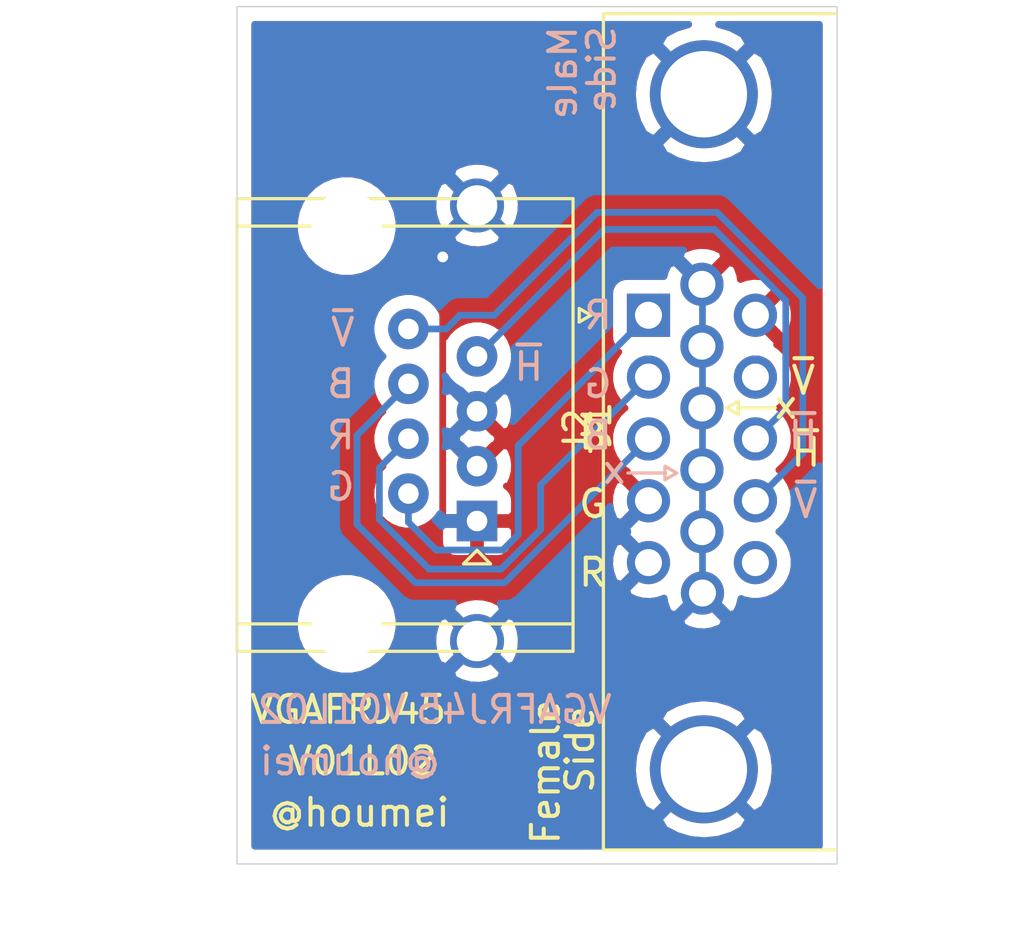
<source format=kicad_pcb>
(kicad_pcb (version 20171130) (host pcbnew "(5.1.8)-1")

  (general
    (thickness 1.6)
    (drawings 33)
    (tracks 41)
    (zones 0)
    (modules 2)
    (nets 7)
  )

  (page A4)
  (layers
    (0 F.Cu signal)
    (31 B.Cu signal)
    (32 B.Adhes user)
    (33 F.Adhes user)
    (34 B.Paste user)
    (35 F.Paste user)
    (36 B.SilkS user)
    (37 F.SilkS user)
    (38 B.Mask user)
    (39 F.Mask user)
    (40 Dwgs.User user)
    (41 Cmts.User user)
    (42 Eco1.User user)
    (43 Eco2.User user)
    (44 Edge.Cuts user)
    (45 Margin user)
    (46 B.CrtYd user)
    (47 F.CrtYd user)
    (48 B.Fab user)
    (49 F.Fab user hide)
  )

  (setup
    (last_trace_width 0.25)
    (trace_clearance 0.2)
    (zone_clearance 0.508)
    (zone_45_only no)
    (trace_min 0.2)
    (via_size 0.8)
    (via_drill 0.4)
    (via_min_size 0.4)
    (via_min_drill 0.3)
    (uvia_size 0.3)
    (uvia_drill 0.1)
    (uvias_allowed no)
    (uvia_min_size 0.2)
    (uvia_min_drill 0.1)
    (edge_width 0.05)
    (segment_width 0.2)
    (pcb_text_width 0.3)
    (pcb_text_size 1.5 1.5)
    (mod_edge_width 0.12)
    (mod_text_size 1 1)
    (mod_text_width 0.15)
    (pad_size 1.6 1.6)
    (pad_drill 1)
    (pad_to_mask_clearance 0)
    (aux_axis_origin 152.4 127)
    (grid_origin 152.4 127)
    (visible_elements 7FFFFFFF)
    (pcbplotparams
      (layerselection 0x010f0_ffffffff)
      (usegerberextensions true)
      (usegerberattributes false)
      (usegerberadvancedattributes false)
      (creategerberjobfile false)
      (excludeedgelayer true)
      (linewidth 0.100000)
      (plotframeref false)
      (viasonmask true)
      (mode 1)
      (useauxorigin true)
      (hpglpennumber 1)
      (hpglpenspeed 20)
      (hpglpendiameter 15.000000)
      (psnegative false)
      (psa4output false)
      (plotreference true)
      (plotvalue false)
      (plotinvisibletext false)
      (padsonsilk false)
      (subtractmaskfromsilk false)
      (outputformat 1)
      (mirror false)
      (drillshape 0)
      (scaleselection 1)
      (outputdirectory "VGAFRJ45V01L02GB/"))
  )

  (net 0 "")
  (net 1 GND)
  (net 2 ~HS)
  (net 3 ~VS)
  (net 4 VBLUE)
  (net 5 VGREEN)
  (net 6 VRED)

  (net_class Default "This is the default net class."
    (clearance 0.2)
    (trace_width 0.25)
    (via_dia 0.8)
    (via_drill 0.4)
    (uvia_dia 0.3)
    (uvia_drill 0.1)
    (add_net GND)
    (add_net VBLUE)
    (add_net VGREEN)
    (add_net VRED)
    (add_net ~HS)
    (add_net ~VS)
  )

  (module footprints:DSUB-15-HD_Female_Horizontal_P2.29x1.98mm_EdgePinOffset3.03mm_Housed_MountingHolesOffset4.94mm_16 (layer F.Cu) (tedit 64BDE6D4) (tstamp 648CBF41)
    (at 167.64 106.68 90)
    (descr "15-pin D-Sub connector, horizontal/angled (90 deg), THT-mount, female, pitch 2.29x1.98mm, pin-PCB-offset 3.0300000000000002mm, distance of mounting holes 25mm, distance of mounting holes to PCB edge 4.9399999999999995mm, see https://disti-assets.s3.amazonaws.com/tonar/files/datasheets/16730.pdf")
    (tags "15-pin D-Sub connector horizontal angled 90deg THT female pitch 2.29x1.98mm pin-PCB-offset 3.0300000000000002mm mounting-holes-distance 25mm mounting-hole-offset 25mm")
    (path /6480F7D7)
    (fp_text reference J2 (at -4.315 -2.61 90) (layer F.SilkS)
      (effects (font (size 1 1) (thickness 0.15)))
    )
    (fp_text value DB15_Female_HighDensity_MountingHoles (at -4.315 14.89 90) (layer F.Fab)
      (effects (font (size 1 1) (thickness 0.15)))
    )
    (fp_arc (start -16.815 2.05) (end -18.415 2.05) (angle 180) (layer F.Fab) (width 0.1))
    (fp_arc (start 8.185 2.05) (end 6.585 2.05) (angle 180) (layer F.Fab) (width 0.1))
    (fp_text user %R (at -4.315 10.39 90) (layer F.Fab)
      (effects (font (size 1 1) (thickness 0.15)))
    )
    (fp_line (start -19.74 -1.61) (end -19.74 6.99) (layer F.Fab) (width 0.1))
    (fp_line (start -19.74 6.99) (end 11.11 6.99) (layer F.Fab) (width 0.1))
    (fp_line (start 11.11 6.99) (end 11.11 -1.61) (layer F.Fab) (width 0.1))
    (fp_line (start 11.11 -1.61) (end -19.74 -1.61) (layer F.Fab) (width 0.1))
    (fp_line (start -19.74 6.99) (end -19.74 7.39) (layer F.Fab) (width 0.1))
    (fp_line (start -19.74 7.39) (end 11.11 7.39) (layer F.Fab) (width 0.1))
    (fp_line (start 11.11 7.39) (end 11.11 6.99) (layer F.Fab) (width 0.1))
    (fp_line (start 11.11 6.99) (end -19.74 6.99) (layer F.Fab) (width 0.1))
    (fp_line (start -12.465 7.39) (end -12.465 13.39) (layer F.Fab) (width 0.1))
    (fp_line (start -12.465 13.39) (end 3.835 13.39) (layer F.Fab) (width 0.1))
    (fp_line (start 3.835 13.39) (end 3.835 7.39) (layer F.Fab) (width 0.1))
    (fp_line (start 3.835 7.39) (end -12.465 7.39) (layer F.Fab) (width 0.1))
    (fp_line (start -19.315 7.39) (end -19.315 12.39) (layer F.Fab) (width 0.1))
    (fp_line (start -19.315 12.39) (end -14.315 12.39) (layer F.Fab) (width 0.1))
    (fp_line (start -14.315 12.39) (end -14.315 7.39) (layer F.Fab) (width 0.1))
    (fp_line (start -14.315 7.39) (end -19.315 7.39) (layer F.Fab) (width 0.1))
    (fp_line (start 5.685 7.39) (end 5.685 12.39) (layer F.Fab) (width 0.1))
    (fp_line (start 5.685 12.39) (end 10.685 12.39) (layer F.Fab) (width 0.1))
    (fp_line (start 10.685 12.39) (end 10.685 7.39) (layer F.Fab) (width 0.1))
    (fp_line (start 10.685 7.39) (end 5.685 7.39) (layer F.Fab) (width 0.1))
    (fp_line (start -18.415 6.99) (end -18.415 2.05) (layer F.Fab) (width 0.1))
    (fp_line (start -15.215 6.99) (end -15.215 2.05) (layer F.Fab) (width 0.1))
    (fp_line (start 6.585 6.99) (end 6.585 2.05) (layer F.Fab) (width 0.1))
    (fp_line (start 9.785 6.99) (end 9.785 2.05) (layer F.Fab) (width 0.1))
    (fp_line (start -19.8 6.93) (end -19.8 -1.67) (layer F.SilkS) (width 0.12))
    (fp_line (start -19.8 -1.67) (end 11.17 -1.67) (layer F.SilkS) (width 0.12))
    (fp_line (start 11.17 -1.67) (end 11.17 6.93) (layer F.SilkS) (width 0.12))
    (fp_line (start -0.25 -2.564338) (end 0.25 -2.564338) (layer F.SilkS) (width 0.12))
    (fp_line (start 0.25 -2.564338) (end 0 -2.131325) (layer F.SilkS) (width 0.12))
    (fp_line (start 0 -2.131325) (end -0.25 -2.564338) (layer F.SilkS) (width 0.12))
    (fp_line (start -20.25 -2.15) (end -20.25 13.9) (layer F.CrtYd) (width 0.05))
    (fp_line (start -20.25 13.9) (end 11.65 13.9) (layer F.CrtYd) (width 0.05))
    (fp_line (start 11.65 13.9) (end 11.65 -2.15) (layer F.CrtYd) (width 0.05))
    (fp_line (start 11.65 -2.15) (end -20.25 -2.15) (layer F.CrtYd) (width 0.05))
    (fp_line (start -3.429 2.893325) (end -3.179 3.326338) (layer F.SilkS) (width 0.12))
    (fp_line (start -3.679 3.326338) (end -3.429 2.893325) (layer F.SilkS) (width 0.12))
    (fp_line (start -3.179 3.326338) (end -3.679 3.326338) (layer F.SilkS) (width 0.12))
    (fp_line (start -5.592 0.610662) (end -6.092 0.610662) (layer B.SilkS) (width 0.12))
    (fp_line (start -6.092 0.610662) (end -5.842 1.043675) (layer B.SilkS) (width 0.12))
    (fp_line (start -5.842 1.043675) (end -5.592 0.610662) (layer B.SilkS) (width 0.12))
    (fp_line (start -3.429 3.302) (end -3.429 4.699) (layer F.SilkS) (width 0.12))
    (fp_line (start -5.842 0.635) (end -5.842 -0.762) (layer B.SilkS) (width 0.12))
    (pad 1 thru_hole rect (at 0 0 90) (size 1.6 1.6) (drill 1) (layers *.Cu *.Mask)
      (net 6 VRED))
    (pad 2 thru_hole circle (at -2.29 0 90) (size 1.6 1.6) (drill 1) (layers *.Cu *.Mask)
      (net 5 VGREEN))
    (pad 3 thru_hole circle (at -4.58 0 90) (size 1.6 1.6) (drill 1) (layers *.Cu *.Mask)
      (net 4 VBLUE))
    (pad 4 thru_hole circle (at -6.87 0 90) (size 1.6 1.6) (drill 1) (layers *.Cu *.Mask)
      (net 1 GND))
    (pad 5 thru_hole circle (at -9.16 0 90) (size 1.6 1.6) (drill 1) (layers *.Cu *.Mask)
      (net 1 GND))
    (pad 6 thru_hole circle (at 1.145 1.98 90) (size 1.6 1.6) (drill 1) (layers *.Cu *.Mask)
      (net 1 GND))
    (pad 7 thru_hole circle (at -1.145 1.98 90) (size 1.6 1.6) (drill 1) (layers *.Cu *.Mask)
      (net 1 GND))
    (pad 8 thru_hole circle (at -3.435 1.98 90) (size 1.6 1.6) (drill 1) (layers *.Cu *.Mask)
      (net 1 GND))
    (pad 9 thru_hole circle (at -5.725 1.98 90) (size 1.6 1.6) (drill 1) (layers *.Cu *.Mask)
      (net 1 GND))
    (pad 10 thru_hole circle (at -8.015 1.98 90) (size 1.6 1.6) (drill 1) (layers *.Cu *.Mask)
      (net 1 GND))
    (pad 11 thru_hole circle (at 0 3.96 90) (size 1.6 1.6) (drill 1) (layers *.Cu *.Mask)
      (net 1 GND))
    (pad 12 thru_hole circle (at -2.29 3.96 90) (size 1.6 1.6) (drill 1) (layers *.Cu *.Mask))
    (pad 13 thru_hole circle (at -4.58 3.96 90) (size 1.6 1.6) (drill 1) (layers *.Cu *.Mask)
      (net 2 ~HS))
    (pad 14 thru_hole circle (at -6.87 3.96 90) (size 1.6 1.6) (drill 1) (layers *.Cu *.Mask)
      (net 3 ~VS))
    (pad 15 thru_hole circle (at -9.16 3.96 90) (size 1.6 1.6) (drill 1) (layers *.Cu *.Mask))
    (pad 0 thru_hole circle (at -16.815 2.05 90) (size 4 4) (drill 3.2) (layers *.Cu *.Mask)
      (net 1 GND))
    (pad 0 thru_hole circle (at 8.185 2.05 90) (size 4 4) (drill 3.2) (layers *.Cu *.Mask)
      (net 1 GND))
    (pad "" thru_hole circle (at -10.287 2 90) (size 1.6 1.6) (drill 1) (layers *.Cu *.Mask)
      (net 1 GND))
    (model ${KISYS3DMOD}/Connector_Dsub.3dshapes/DSUB-15-HD_Female_Horizontal_P2.29x1.98mm_EdgePinOffset3.03mm_Housed_MountingHolesOffset4.94mm.wrl
      (at (xyz 0 0 0))
      (scale (xyz 1 1 1))
      (rotate (xyz 0 0 0))
    )
  )

  (module footprints:RJ45_7810-8P8C (layer F.Cu) (tedit 64BDE68F) (tstamp 648CC0E0)
    (at 158.75 105.41 270)
    (descr "8 Pol Shallow Latch Connector, Modjack, RJ45 (https://cdn.amphenol-icc.com/media/wysiwyg/files/drawing/c-bmj-0102.pdf)")
    (tags RJ45)
    (path /64777DB1)
    (fp_text reference J1 (at 5.334 -6.985 90) (layer F.SilkS)
      (effects (font (size 1 1) (thickness 0.15)))
    )
    (fp_text value RJ45 (at 5.08 4.699 90) (layer F.Fab)
      (effects (font (size 1 1) (thickness 0.15)))
    )
    (fp_text user %R (at 4.445 2 90) (layer F.Fab)
      (effects (font (size 1 1) (thickness 0.15)))
    )
    (fp_line (start 10.477 -2.04) (end 9.977 -2.54) (layer F.SilkS) (width 0.12))
    (fp_line (start 10.477 -3.04) (end 10.477 -2.04) (layer F.SilkS) (width 0.12))
    (fp_line (start 9.977 -2.54) (end 10.477 -3.04) (layer F.SilkS) (width 0.12))
    (fp_line (start -2.848 -5.969) (end 13.462 -5.969) (layer F.CrtYd) (width 0.05))
    (fp_line (start 13.462 8.509) (end -2.848 8.509) (layer F.CrtYd) (width 0.05))
    (fp_line (start -3.048 -6.096) (end 13.716 -6.096) (layer F.SilkS) (width 0.12))
    (fp_line (start 12.7 2.286) (end 12.7 -6.096) (layer F.SilkS) (width 0.12))
    (fp_line (start -2.032 2.286) (end -2.032 -6.096) (layer F.SilkS) (width 0.12))
    (fp_line (start 13.716 6.35) (end -3.048 6.35) (layer F.SilkS) (width 0.12))
    (fp_line (start 13.462 -5.969) (end 13.462 8.509) (layer F.CrtYd) (width 0.05))
    (fp_line (start -2.848 -5.969) (end -2.848 8.509) (layer F.CrtYd) (width 0.05))
    (fp_line (start 13.335 -5.842) (end -2.794 -5.842) (layer F.Fab) (width 0.12))
    (fp_line (start -2.794 -5.842) (end -2.794 8.382) (layer F.Fab) (width 0.12))
    (fp_line (start -2.794 8.382) (end 13.335 8.382) (layer F.Fab) (width 0.12))
    (fp_line (start 13.335 8.382) (end 13.335 -5.842) (layer F.Fab) (width 0.12))
    (fp_line (start -2.848 8.509) (end 13.462 8.509) (layer F.CrtYd) (width 0.05))
    (fp_line (start 13.716 -6.096) (end 13.716 6.35) (layer F.SilkS) (width 0.12))
    (fp_line (start -3.048 -6.096) (end -3.048 6.35) (layer F.SilkS) (width 0.12))
    (fp_line (start -2.032 2.286) (end -2.032 6.35) (layer F.SilkS) (width 0.12))
    (fp_line (start 12.7 2.286) (end 12.7 6.35) (layer F.SilkS) (width 0.12))
    (pad "" np_thru_hole circle (at 12.7 2.286 270) (size 2.6 2.6) (drill 2.6) (layers *.Cu *.Mask))
    (pad "" np_thru_hole circle (at -2.032 2.286 270) (size 2.6 2.6) (drill 2.6) (layers *.Cu *.Mask))
    (pad 1 thru_hole rect (at 8.89 -2.54 270) (size 1.5 1.5) (drill 0.76) (layers *.Cu *.Mask)
      (net 1 GND))
    (pad 7 thru_hole circle (at 2.794 -2.54 270) (size 1.5 1.5) (drill 0.76) (layers *.Cu *.Mask)
      (net 2 ~HS))
    (pad 6 thru_hole circle (at 3.81 0 270) (size 1.5 1.5) (drill 0.76) (layers *.Cu *.Mask)
      (net 4 VBLUE))
    (pad 5 thru_hole circle (at 4.826 -2.54 270) (size 1.5 1.5) (drill 0.76) (layers *.Cu *.Mask)
      (net 1 GND))
    (pad 4 thru_hole circle (at 5.842 0 270) (size 1.5 1.5) (drill 0.76) (layers *.Cu *.Mask)
      (net 5 VGREEN))
    (pad 3 thru_hole circle (at 6.858 -2.54 270) (size 1.5 1.5) (drill 0.76) (layers *.Cu *.Mask)
      (net 1 GND))
    (pad 2 thru_hole circle (at 7.874 0 270) (size 1.5 1.5) (drill 0.76) (layers *.Cu *.Mask)
      (net 6 VRED))
    (pad 8 thru_hole circle (at 1.778 0 270) (size 1.5 1.5) (drill 0.76) (layers *.Cu *.Mask)
      (net 3 ~VS))
    (pad "" thru_hole circle (at 13.335 -2.54 270) (size 2 2) (drill 1.5) (layers *.Cu *.Mask)
      (net 1 GND))
    (pad "" thru_hole circle (at -2.794 -2.54 270) (size 2 2) (drill 1.5) (layers *.Cu *.Mask)
      (net 1 GND))
    (model ${KISYS3DMOD}/Connector_RJ.3dshapes/RJ45_Amphenol_54602-x08_Horizontal.wrl
      (at (xyz 0 0 0))
      (scale (xyz 1 1 1))
      (rotate (xyz 0 0 0))
    )
  )

  (gr_text @houmei (at 153.501667 125.095) (layer F.SilkS) (tstamp 648CC77D)
    (effects (font (size 1 1) (thickness 0.15)) (justify left))
  )
  (gr_text V01L02 (at 154.21619 123.19) (layer F.SilkS) (tstamp 648CC777)
    (effects (font (size 1 1) (thickness 0.15)) (justify left))
  )
  (gr_text VGAFRJ45 (at 152.803095 121.285) (layer F.SilkS) (tstamp 648CC771)
    (effects (font (size 1 1) (thickness 0.15)) (justify left))
  )
  (gr_text B (at 164.98 111.125) (layer F.SilkS) (tstamp 648CC55D)
    (effects (font (size 1 1) (thickness 0.15)) (justify left))
  )
  (gr_text G (at 164.98 113.665) (layer F.SilkS) (tstamp 648CC533)
    (effects (font (size 1 1) (thickness 0.15)) (justify left))
  )
  (gr_text R (at 164.98 116.205) (layer F.SilkS) (tstamp 648CC509)
    (effects (font (size 1 1) (thickness 0.15)) (justify left))
  )
  (gr_text x (at 173.228 110.236 180) (layer F.SilkS) (tstamp 648CC4E1)
    (effects (font (size 1 1) (thickness 0.15)) (justify left))
  )
  (gr_text ~V (at 172.847 109.093) (layer F.SilkS) (tstamp 648CC498)
    (effects (font (size 1 1) (thickness 0.15)) (justify left))
  )
  (gr_text ~H (at 172.847 111.76) (layer F.SilkS) (tstamp 648CC44F)
    (effects (font (size 1 1) (thickness 0.15)) (justify left))
  )
  (gr_text x (at 166.878 112.395) (layer B.SilkS) (tstamp 648CC406)
    (effects (font (size 1 1) (thickness 0.15)) (justify left mirror))
  )
  (gr_text B (at 166.37 111.125) (layer B.SilkS) (tstamp 648CC404)
    (effects (font (size 1 1) (thickness 0.15)) (justify left mirror))
  )
  (gr_text G (at 166.37 109.22) (layer B.SilkS) (tstamp 648CC3DD)
    (effects (font (size 1 1) (thickness 0.15)) (justify left mirror))
  )
  (gr_text R (at 166.37 106.68) (layer B.SilkS) (tstamp 648CC3B6)
    (effects (font (size 1 1) (thickness 0.15)) (justify left mirror))
  )
  (gr_text ~V (at 173.99 113.665) (layer B.SilkS) (tstamp 648CC38F)
    (effects (font (size 1 1) (thickness 0.15)) (justify left mirror))
  )
  (gr_text ~H (at 173.99 111.125) (layer B.SilkS) (tstamp 648CC364)
    (effects (font (size 1 1) (thickness 0.15)) (justify left mirror))
  )
  (gr_text Side (at 165.900476 95.885 90) (layer B.SilkS) (tstamp 648CC337)
    (effects (font (size 1 1) (thickness 0.15)) (justify left mirror))
  )
  (gr_text Side (at 165.1 124.46 90) (layer F.SilkS) (tstamp 648CC333)
    (effects (font (size 1 1) (thickness 0.15)) (justify left))
  )
  (gr_text ~H (at 163.83 108.585) (layer B.SilkS) (tstamp 64815B3A)
    (effects (font (size 1 1) (thickness 0.15)) (justify left mirror))
  )
  (gr_text ~V (at 156.845 107.315) (layer B.SilkS) (tstamp 64815B32)
    (effects (font (size 1 1) (thickness 0.15)) (justify left mirror))
  )
  (gr_text G (at 156.845 113.03) (layer B.SilkS) (tstamp 64815B30)
    (effects (font (size 1 1) (thickness 0.15)) (justify left mirror))
  )
  (gr_text R (at 156.845 111.125) (layer B.SilkS) (tstamp 64815B2E)
    (effects (font (size 1 1) (thickness 0.15)) (justify left mirror))
  )
  (gr_text B (at 156.845 109.22) (layer B.SilkS) (tstamp 64815B27)
    (effects (font (size 1 1) (thickness 0.15)) (justify left mirror))
  )
  (dimension 31.75 (width 0.15) (layer Dwgs.User)
    (gr_text "31.750 mm" (at 147.29 111.125 270) (layer Dwgs.User)
      (effects (font (size 1 1) (thickness 0.15)))
    )
    (feature1 (pts (xy 149.225 127) (xy 148.003579 127)))
    (feature2 (pts (xy 149.225 95.25) (xy 148.003579 95.25)))
    (crossbar (pts (xy 148.59 95.25) (xy 148.59 127)))
    (arrow1a (pts (xy 148.59 127) (xy 148.003579 125.873496)))
    (arrow1b (pts (xy 148.59 127) (xy 149.176421 125.873496)))
    (arrow2a (pts (xy 148.59 95.25) (xy 148.003579 96.376504)))
    (arrow2b (pts (xy 148.59 95.25) (xy 149.176421 96.376504)))
  )
  (dimension 22.225 (width 0.15) (layer Dwgs.User)
    (gr_text "22.225 mm" (at 163.5125 130.84) (layer Dwgs.User)
      (effects (font (size 1 1) (thickness 0.15)))
    )
    (feature1 (pts (xy 174.625 128.905) (xy 174.625 130.126421)))
    (feature2 (pts (xy 152.4 128.905) (xy 152.4 130.126421)))
    (crossbar (pts (xy 152.4 129.54) (xy 174.625 129.54)))
    (arrow1a (pts (xy 174.625 129.54) (xy 173.498496 130.126421)))
    (arrow1b (pts (xy 174.625 129.54) (xy 173.498496 128.953579)))
    (arrow2a (pts (xy 152.4 129.54) (xy 153.526504 130.126421)))
    (arrow2b (pts (xy 152.4 129.54) (xy 153.526504 128.953579)))
  )
  (gr_text Female (at 163.83 126.365 90) (layer F.SilkS) (tstamp 64815AC3)
    (effects (font (size 1 1) (thickness 0.15)) (justify left))
  )
  (gr_text Male (at 164.465 95.885 90) (layer B.SilkS) (tstamp 64815AC0)
    (effects (font (size 1 1) (thickness 0.15)) (justify left mirror))
  )
  (gr_line (start 174.625 127) (end 152.4 127) (layer Edge.Cuts) (width 0.05) (tstamp 64815414))
  (gr_line (start 152.4 95.25) (end 152.4 127) (layer Edge.Cuts) (width 0.05) (tstamp 64815411))
  (gr_line (start 174.625 95.25) (end 152.4 95.25) (layer Edge.Cuts) (width 0.05))
  (gr_line (start 174.625 127) (end 174.625 95.25) (layer Edge.Cuts) (width 0.05))
  (gr_text @houmei (at 160.02 123.19) (layer B.SilkS)
    (effects (font (size 1 1) (thickness 0.15)) (justify left mirror))
  )
  (gr_text V01L02 (at 158.75 121.285) (layer B.SilkS)
    (effects (font (size 1 1) (thickness 0.15)) (justify left mirror))
  )
  (gr_text VGAFRJ45 (at 166.37 121.285) (layer B.SilkS)
    (effects (font (size 1 1) (thickness 0.15)) (justify left mirror))
  )

  (via (at 160.02 104.521) (size 0.8) (drill 0.4) (layers F.Cu B.Cu) (net 1) (tstamp 64778E33))
  (segment (start 161.163 114.173) (end 161.29 114.3) (width 0.25) (layer F.Cu) (net 1))
  (segment (start 160.02 114.173) (end 161.163 114.173) (width 0.25) (layer F.Cu) (net 1))
  (segment (start 160.02 104.521) (end 160.02 114.173) (width 0.25) (layer F.Cu) (net 1))
  (segment (start 169.64 105.555) (end 169.62 105.535) (width 0.25) (layer B.Cu) (net 1))
  (segment (start 169.64 116.967) (end 169.64 105.555) (width 0.25) (layer B.Cu) (net 1))
  (segment (start 161.29 108.204) (end 165.989 103.505) (width 0.25) (layer B.Cu) (net 2))
  (segment (start 172.725001 110.134999) (end 171.6 111.26) (width 0.25) (layer B.Cu) (net 2))
  (segment (start 172.725001 106.139999) (end 172.725001 110.134999) (width 0.25) (layer B.Cu) (net 2))
  (segment (start 170.090002 103.505) (end 172.725001 106.139999) (width 0.25) (layer B.Cu) (net 2))
  (segment (start 165.989 103.505) (end 170.090002 103.505) (width 0.25) (layer B.Cu) (net 2))
  (segment (start 173.355 111.795) (end 171.6 113.55) (width 0.25) (layer B.Cu) (net 3))
  (segment (start 173.355 106.045) (end 173.355 111.795) (width 0.25) (layer B.Cu) (net 3))
  (segment (start 161.925 106.68) (end 165.735 102.87) (width 0.25) (layer B.Cu) (net 3))
  (segment (start 170.18 102.87) (end 173.355 106.045) (width 0.25) (layer B.Cu) (net 3))
  (segment (start 160.655 106.68) (end 161.925 106.68) (width 0.25) (layer B.Cu) (net 3))
  (segment (start 165.735 102.87) (end 170.18 102.87) (width 0.25) (layer B.Cu) (net 3))
  (segment (start 160.147 107.188) (end 160.655 106.68) (width 0.25) (layer B.Cu) (net 3))
  (segment (start 158.75 107.188) (end 160.147 107.188) (width 0.25) (layer B.Cu) (net 3))
  (segment (start 164.465 114.435) (end 167.64 111.26) (width 0.25) (layer B.Cu) (net 4))
  (segment (start 158.75 109.22) (end 156.845 111.125) (width 0.25) (layer B.Cu) (net 4))
  (segment (start 156.845 111.125) (end 156.845 114.427) (width 0.25) (layer B.Cu) (net 4))
  (segment (start 159.004 116.586) (end 162.314 116.586) (width 0.25) (layer B.Cu) (net 4))
  (segment (start 156.845 114.427) (end 159.004 116.586) (width 0.25) (layer B.Cu) (net 4))
  (segment (start 162.314 116.586) (end 164.465 114.435) (width 0.25) (layer B.Cu) (net 4))
  (segment (start 166.840001 109.769999) (end 167.64 108.97) (width 0.25) (layer B.Cu) (net 5))
  (segment (start 163.64501 112.96499) (end 166.840001 109.769999) (width 0.25) (layer B.Cu) (net 5))
  (segment (start 163.64501 114.61858) (end 163.64501 112.96499) (width 0.25) (layer B.Cu) (net 5))
  (segment (start 159.512 116.078) (end 162.18559 116.078) (width 0.25) (layer B.Cu) (net 5))
  (segment (start 157.674999 114.240999) (end 159.512 116.078) (width 0.25) (layer B.Cu) (net 5))
  (segment (start 157.674999 112.327001) (end 157.674999 114.240999) (width 0.25) (layer B.Cu) (net 5))
  (segment (start 162.18559 116.078) (end 163.64501 114.61858) (width 0.25) (layer B.Cu) (net 5))
  (segment (start 158.75 111.252) (end 157.674999 112.327001) (width 0.25) (layer B.Cu) (net 5))
  (segment (start 158.75 113.845002) (end 158.75 113.284) (width 0.25) (layer B.Cu) (net 6))
  (segment (start 163.195 111.125) (end 167.64 106.68) (width 0.25) (layer B.Cu) (net 6))
  (segment (start 158.75 114.34466) (end 159.780341 115.375001) (width 0.25) (layer B.Cu) (net 6))
  (segment (start 158.75 113.284) (end 158.75 114.34466) (width 0.25) (layer B.Cu) (net 6))
  (segment (start 159.780341 115.375001) (end 162.246999 115.375001) (width 0.25) (layer B.Cu) (net 6))
  (segment (start 162.814 111.506) (end 163.195 111.125) (width 0.25) (layer B.Cu) (net 6))
  (segment (start 162.814 114.808) (end 162.814 111.506) (width 0.25) (layer B.Cu) (net 6))
  (segment (start 162.246999 115.375001) (end 162.814 114.808) (width 0.25) (layer B.Cu) (net 6))

  (zone (net 1) (net_name GND) (layer B.Cu) (tstamp 648CC825) (hatch edge 0.508)
    (connect_pads (clearance 0.508))
    (min_thickness 0.254)
    (fill yes (arc_segments 32) (thermal_gap 0.508) (thermal_bridge_width 0.508))
    (polygon
      (pts
        (xy 174.498 126.746) (xy 152.654 126.746) (xy 152.654 95.504) (xy 174.498 95.504)
      )
    )
    (filled_polygon
      (pts
        (xy 168.655474 96.057721) (xy 168.238228 96.280742) (xy 168.022106 96.647501) (xy 169.69 98.315395) (xy 171.357894 96.647501)
        (xy 171.141772 96.280742) (xy 170.681895 96.040062) (xy 170.239287 95.91) (xy 173.965001 95.91) (xy 173.965001 105.590293)
        (xy 173.918799 105.533997) (xy 173.895001 105.504999) (xy 173.866004 105.481202) (xy 170.743804 102.359003) (xy 170.720001 102.329999)
        (xy 170.604276 102.235026) (xy 170.472247 102.164454) (xy 170.328986 102.120997) (xy 170.217333 102.11) (xy 170.217322 102.11)
        (xy 170.18 102.106324) (xy 170.142678 102.11) (xy 165.772325 102.11) (xy 165.735 102.106324) (xy 165.697675 102.11)
        (xy 165.697667 102.11) (xy 165.586014 102.120997) (xy 165.442753 102.164454) (xy 165.310724 102.235026) (xy 165.194999 102.329999)
        (xy 165.171201 102.358997) (xy 161.610199 105.92) (xy 160.692322 105.92) (xy 160.654999 105.916324) (xy 160.617676 105.92)
        (xy 160.617667 105.92) (xy 160.506014 105.930997) (xy 160.362753 105.974454) (xy 160.230724 106.045026) (xy 160.114999 106.139999)
        (xy 160.0912 106.168998) (xy 159.877584 106.382615) (xy 159.825799 106.305114) (xy 159.632886 106.112201) (xy 159.406043 105.960629)
        (xy 159.153989 105.856225) (xy 158.886411 105.803) (xy 158.613589 105.803) (xy 158.346011 105.856225) (xy 158.093957 105.960629)
        (xy 157.867114 106.112201) (xy 157.674201 106.305114) (xy 157.522629 106.531957) (xy 157.418225 106.784011) (xy 157.365 107.051589)
        (xy 157.365 107.324411) (xy 157.418225 107.591989) (xy 157.522629 107.844043) (xy 157.674201 108.070886) (xy 157.807315 108.204)
        (xy 157.674201 108.337114) (xy 157.522629 108.563957) (xy 157.418225 108.816011) (xy 157.365 109.083589) (xy 157.365 109.356411)
        (xy 157.393833 109.501365) (xy 156.334003 110.561196) (xy 156.304999 110.584999) (xy 156.27215 110.625026) (xy 156.210026 110.700724)
        (xy 156.156719 110.800454) (xy 156.139454 110.832754) (xy 156.095997 110.976015) (xy 156.085 111.087668) (xy 156.085 111.087678)
        (xy 156.081324 111.125) (xy 156.085 111.162323) (xy 156.085001 114.389668) (xy 156.081324 114.427) (xy 156.085001 114.464333)
        (xy 156.095998 114.575986) (xy 156.098425 114.583987) (xy 156.139454 114.719246) (xy 156.210026 114.851276) (xy 156.230295 114.875973)
        (xy 156.305 114.967001) (xy 156.333998 114.990799) (xy 158.440201 117.097003) (xy 158.463999 117.126001) (xy 158.492997 117.149799)
        (xy 158.579723 117.220974) (xy 158.680798 117.275) (xy 158.711753 117.291546) (xy 158.855014 117.335003) (xy 158.966667 117.346)
        (xy 158.966676 117.346) (xy 159.003999 117.349676) (xy 159.041322 117.346) (xy 160.429661 117.346) (xy 160.334192 117.609587)
        (xy 161.29 118.565395) (xy 162.245808 117.609587) (xy 162.150339 117.346) (xy 162.276678 117.346) (xy 162.314 117.349676)
        (xy 162.351322 117.346) (xy 162.351333 117.346) (xy 162.462986 117.335003) (xy 162.606247 117.291546) (xy 162.738276 117.220974)
        (xy 162.854001 117.126001) (xy 162.877804 117.096997) (xy 164.064289 115.910512) (xy 166.199783 115.910512) (xy 166.241213 116.19013)
        (xy 166.336397 116.456292) (xy 166.403329 116.581514) (xy 166.647298 116.653097) (xy 167.460395 115.84) (xy 166.647298 115.026903)
        (xy 166.403329 115.098486) (xy 166.282429 115.353996) (xy 166.2137 115.628184) (xy 166.199783 115.910512) (xy 164.064289 115.910512)
        (xy 165.028799 114.946003) (xy 165.028804 114.945998) (xy 166.219721 113.75508) (xy 166.241213 113.90013) (xy 166.336397 114.166292)
        (xy 166.403329 114.291514) (xy 166.647298 114.363097) (xy 167.460395 113.55) (xy 167.446253 113.535858) (xy 167.625858 113.356253)
        (xy 167.64 113.370395) (xy 167.654143 113.356253) (xy 167.833748 113.535858) (xy 167.819605 113.55) (xy 167.833748 113.564143)
        (xy 167.654143 113.743748) (xy 167.64 113.729605) (xy 166.826903 114.542702) (xy 166.871589 114.695) (xy 166.826903 114.847298)
        (xy 167.64 115.660395) (xy 167.654143 115.646253) (xy 167.833748 115.825858) (xy 167.819605 115.84) (xy 167.833748 115.854143)
        (xy 167.654143 116.033748) (xy 167.64 116.019605) (xy 166.826903 116.832702) (xy 166.898486 117.076671) (xy 167.153996 117.197571)
        (xy 167.428184 117.2663) (xy 167.710512 117.280217) (xy 167.99013 117.238787) (xy 168.217555 117.157456) (xy 168.241213 117.31713)
        (xy 168.336397 117.583292) (xy 168.403329 117.708514) (xy 168.647298 117.780097) (xy 169.460395 116.967) (xy 169.446253 116.952858)
        (xy 169.625858 116.773253) (xy 169.64 116.787395) (xy 169.654143 116.773253) (xy 169.833748 116.952858) (xy 169.819605 116.967)
        (xy 170.632702 117.780097) (xy 170.876671 117.708514) (xy 170.997571 117.453004) (xy 171.0663 117.178816) (xy 171.066621 117.172299)
        (xy 171.181426 117.219853) (xy 171.458665 117.275) (xy 171.741335 117.275) (xy 172.018574 117.219853) (xy 172.279727 117.11168)
        (xy 172.514759 116.954637) (xy 172.714637 116.754759) (xy 172.87168 116.519727) (xy 172.979853 116.258574) (xy 173.035 115.981335)
        (xy 173.035 115.698665) (xy 172.979853 115.421426) (xy 172.87168 115.160273) (xy 172.714637 114.925241) (xy 172.514759 114.725363)
        (xy 172.469317 114.695) (xy 172.514759 114.664637) (xy 172.714637 114.464759) (xy 172.87168 114.229727) (xy 172.979853 113.968574)
        (xy 173.035 113.691335) (xy 173.035 113.408665) (xy 172.998688 113.226114) (xy 173.866003 112.358799) (xy 173.895001 112.335001)
        (xy 173.965 112.249706) (xy 173.965 126.34) (xy 153.06 126.34) (xy 153.06 125.342499) (xy 168.022106 125.342499)
        (xy 168.238228 125.709258) (xy 168.698105 125.949938) (xy 169.196098 126.096275) (xy 169.713071 126.142648) (xy 170.229159 126.087273)
        (xy 170.724526 125.932279) (xy 171.141772 125.709258) (xy 171.357894 125.342499) (xy 169.69 123.674605) (xy 168.022106 125.342499)
        (xy 153.06 125.342499) (xy 153.06 123.518071) (xy 167.042352 123.518071) (xy 167.097727 124.034159) (xy 167.252721 124.529526)
        (xy 167.475742 124.946772) (xy 167.842501 125.162894) (xy 169.510395 123.495) (xy 169.869605 123.495) (xy 171.537499 125.162894)
        (xy 171.904258 124.946772) (xy 172.144938 124.486895) (xy 172.291275 123.988902) (xy 172.337648 123.471929) (xy 172.282273 122.955841)
        (xy 172.127279 122.460474) (xy 171.904258 122.043228) (xy 171.537499 121.827106) (xy 169.869605 123.495) (xy 169.510395 123.495)
        (xy 167.842501 121.827106) (xy 167.475742 122.043228) (xy 167.235062 122.503105) (xy 167.088725 123.001098) (xy 167.042352 123.518071)
        (xy 153.06 123.518071) (xy 153.06 121.647501) (xy 168.022106 121.647501) (xy 169.69 123.315395) (xy 171.357894 121.647501)
        (xy 171.141772 121.280742) (xy 170.681895 121.040062) (xy 170.183902 120.893725) (xy 169.666929 120.847352) (xy 169.150841 120.902727)
        (xy 168.655474 121.057721) (xy 168.238228 121.280742) (xy 168.022106 121.647501) (xy 153.06 121.647501) (xy 153.06 117.919419)
        (xy 154.529 117.919419) (xy 154.529 118.300581) (xy 154.603361 118.674419) (xy 154.749225 119.026566) (xy 154.960987 119.343491)
        (xy 155.230509 119.613013) (xy 155.547434 119.824775) (xy 155.899581 119.970639) (xy 156.273419 120.045) (xy 156.654581 120.045)
        (xy 157.028419 119.970639) (xy 157.246243 119.880413) (xy 160.334192 119.880413) (xy 160.429956 120.144814) (xy 160.719571 120.285704)
        (xy 161.031108 120.367384) (xy 161.352595 120.386718) (xy 161.671675 120.342961) (xy 161.976088 120.237795) (xy 162.150044 120.144814)
        (xy 162.245808 119.880413) (xy 161.29 118.924605) (xy 160.334192 119.880413) (xy 157.246243 119.880413) (xy 157.380566 119.824775)
        (xy 157.697491 119.613013) (xy 157.967013 119.343491) (xy 158.178775 119.026566) (xy 158.269475 118.807595) (xy 159.648282 118.807595)
        (xy 159.692039 119.126675) (xy 159.797205 119.431088) (xy 159.890186 119.605044) (xy 160.154587 119.700808) (xy 161.110395 118.745)
        (xy 161.469605 118.745) (xy 162.425413 119.700808) (xy 162.689814 119.605044) (xy 162.830704 119.315429) (xy 162.912384 119.003892)
        (xy 162.931718 118.682405) (xy 162.887961 118.363325) (xy 162.782795 118.058912) (xy 162.729767 117.959702) (xy 168.826903 117.959702)
        (xy 168.898486 118.203671) (xy 169.153996 118.324571) (xy 169.428184 118.3933) (xy 169.710512 118.407217) (xy 169.99013 118.365787)
        (xy 170.256292 118.270603) (xy 170.381514 118.203671) (xy 170.453097 117.959702) (xy 169.64 117.146605) (xy 168.826903 117.959702)
        (xy 162.729767 117.959702) (xy 162.689814 117.884956) (xy 162.425413 117.789192) (xy 161.469605 118.745) (xy 161.110395 118.745)
        (xy 160.154587 117.789192) (xy 159.890186 117.884956) (xy 159.749296 118.174571) (xy 159.667616 118.486108) (xy 159.648282 118.807595)
        (xy 158.269475 118.807595) (xy 158.324639 118.674419) (xy 158.399 118.300581) (xy 158.399 117.919419) (xy 158.324639 117.545581)
        (xy 158.178775 117.193434) (xy 157.967013 116.876509) (xy 157.697491 116.606987) (xy 157.380566 116.395225) (xy 157.028419 116.249361)
        (xy 156.654581 116.175) (xy 156.273419 116.175) (xy 155.899581 116.249361) (xy 155.547434 116.395225) (xy 155.230509 116.606987)
        (xy 154.960987 116.876509) (xy 154.749225 117.193434) (xy 154.603361 117.545581) (xy 154.529 117.919419) (xy 153.06 117.919419)
        (xy 153.06 103.187419) (xy 154.529 103.187419) (xy 154.529 103.568581) (xy 154.603361 103.942419) (xy 154.749225 104.294566)
        (xy 154.960987 104.611491) (xy 155.230509 104.881013) (xy 155.547434 105.092775) (xy 155.899581 105.238639) (xy 156.273419 105.313)
        (xy 156.654581 105.313) (xy 157.028419 105.238639) (xy 157.380566 105.092775) (xy 157.697491 104.881013) (xy 157.967013 104.611491)
        (xy 158.178775 104.294566) (xy 158.324639 103.942419) (xy 158.362632 103.751413) (xy 160.334192 103.751413) (xy 160.429956 104.015814)
        (xy 160.719571 104.156704) (xy 161.031108 104.238384) (xy 161.352595 104.257718) (xy 161.671675 104.213961) (xy 161.976088 104.108795)
        (xy 162.150044 104.015814) (xy 162.245808 103.751413) (xy 161.29 102.795605) (xy 160.334192 103.751413) (xy 158.362632 103.751413)
        (xy 158.399 103.568581) (xy 158.399 103.187419) (xy 158.324639 102.813581) (xy 158.268726 102.678595) (xy 159.648282 102.678595)
        (xy 159.692039 102.997675) (xy 159.797205 103.302088) (xy 159.890186 103.476044) (xy 160.154587 103.571808) (xy 161.110395 102.616)
        (xy 161.469605 102.616) (xy 162.425413 103.571808) (xy 162.689814 103.476044) (xy 162.830704 103.186429) (xy 162.912384 102.874892)
        (xy 162.931718 102.553405) (xy 162.887961 102.234325) (xy 162.782795 101.929912) (xy 162.689814 101.755956) (xy 162.425413 101.660192)
        (xy 161.469605 102.616) (xy 161.110395 102.616) (xy 160.154587 101.660192) (xy 159.890186 101.755956) (xy 159.749296 102.045571)
        (xy 159.667616 102.357108) (xy 159.648282 102.678595) (xy 158.268726 102.678595) (xy 158.178775 102.461434) (xy 157.967013 102.144509)
        (xy 157.697491 101.874987) (xy 157.380566 101.663225) (xy 157.028419 101.517361) (xy 156.843544 101.480587) (xy 160.334192 101.480587)
        (xy 161.29 102.436395) (xy 162.245808 101.480587) (xy 162.150044 101.216186) (xy 161.860429 101.075296) (xy 161.548892 100.993616)
        (xy 161.227405 100.974282) (xy 160.908325 101.018039) (xy 160.603912 101.123205) (xy 160.429956 101.216186) (xy 160.334192 101.480587)
        (xy 156.843544 101.480587) (xy 156.654581 101.443) (xy 156.273419 101.443) (xy 155.899581 101.517361) (xy 155.547434 101.663225)
        (xy 155.230509 101.874987) (xy 154.960987 102.144509) (xy 154.749225 102.461434) (xy 154.603361 102.813581) (xy 154.529 103.187419)
        (xy 153.06 103.187419) (xy 153.06 100.342499) (xy 168.022106 100.342499) (xy 168.238228 100.709258) (xy 168.698105 100.949938)
        (xy 169.196098 101.096275) (xy 169.713071 101.142648) (xy 170.229159 101.087273) (xy 170.724526 100.932279) (xy 171.141772 100.709258)
        (xy 171.357894 100.342499) (xy 169.69 98.674605) (xy 168.022106 100.342499) (xy 153.06 100.342499) (xy 153.06 98.518071)
        (xy 167.042352 98.518071) (xy 167.097727 99.034159) (xy 167.252721 99.529526) (xy 167.475742 99.946772) (xy 167.842501 100.162894)
        (xy 169.510395 98.495) (xy 169.869605 98.495) (xy 171.537499 100.162894) (xy 171.904258 99.946772) (xy 172.144938 99.486895)
        (xy 172.291275 98.988902) (xy 172.337648 98.471929) (xy 172.282273 97.955841) (xy 172.127279 97.460474) (xy 171.904258 97.043228)
        (xy 171.537499 96.827106) (xy 169.869605 98.495) (xy 169.510395 98.495) (xy 167.842501 96.827106) (xy 167.475742 97.043228)
        (xy 167.235062 97.503105) (xy 167.088725 98.001098) (xy 167.042352 98.518071) (xy 153.06 98.518071) (xy 153.06 95.91)
        (xy 169.127596 95.91)
      )
    )
    (filled_polygon
      (pts
        (xy 169.813748 114.680858) (xy 169.799605 114.695) (xy 169.813748 114.709143) (xy 169.634143 114.888748) (xy 169.62 114.874605)
        (xy 169.605858 114.888748) (xy 169.426253 114.709143) (xy 169.440395 114.695) (xy 169.426253 114.680858) (xy 169.605858 114.501253)
        (xy 169.62 114.515395) (xy 169.634143 114.501253)
      )
    )
    (filled_polygon
      (pts
        (xy 160.06375 114.173) (xy 161.163 114.173) (xy 161.163 114.153) (xy 161.417 114.153) (xy 161.417 114.173)
        (xy 161.437 114.173) (xy 161.437 114.427) (xy 161.417 114.427) (xy 161.417 114.447) (xy 161.163 114.447)
        (xy 161.163 114.427) (xy 160.06375 114.427) (xy 159.985446 114.505304) (xy 159.736413 114.256272) (xy 159.825799 114.166886)
        (xy 159.91866 114.02791)
      )
    )
    (filled_polygon
      (pts
        (xy 169.813748 112.390858) (xy 169.799605 112.405) (xy 169.813748 112.419143) (xy 169.634143 112.598748) (xy 169.62 112.584605)
        (xy 169.605858 112.598748) (xy 169.426253 112.419143) (xy 169.440395 112.405) (xy 169.426253 112.390858) (xy 169.605858 112.211253)
        (xy 169.62 112.225395) (xy 169.634143 112.211253)
      )
    )
    (filled_polygon
      (pts
        (xy 168.878486 104.298329) (xy 168.806903 104.542298) (xy 169.62 105.355395) (xy 169.634143 105.341253) (xy 169.813748 105.520858)
        (xy 169.799605 105.535) (xy 169.813748 105.549143) (xy 169.634143 105.728748) (xy 169.62 105.714605) (xy 169.605858 105.728748)
        (xy 169.426253 105.549143) (xy 169.440395 105.535) (xy 168.627298 104.721903) (xy 168.383329 104.793486) (xy 168.262429 105.048996)
        (xy 168.214068 105.241928) (xy 166.84 105.241928) (xy 166.715518 105.254188) (xy 166.59582 105.290498) (xy 166.485506 105.349463)
        (xy 166.388815 105.428815) (xy 166.309463 105.525506) (xy 166.250498 105.63582) (xy 166.214188 105.755518) (xy 166.201928 105.88)
        (xy 166.201928 107.04327) (xy 162.683998 110.561201) (xy 162.620631 110.624568) (xy 162.66725 110.43604) (xy 162.679812 110.163508)
        (xy 162.638965 109.893762) (xy 162.546277 109.637168) (xy 162.48586 109.524137) (xy 162.246993 109.458612) (xy 161.469605 110.236)
        (xy 161.483748 110.250143) (xy 161.304143 110.429748) (xy 161.29 110.415605) (xy 160.695417 111.010188) (xy 160.691168 111.011723)
        (xy 160.578137 111.07214) (xy 160.557222 111.148383) (xy 160.512612 111.192993) (xy 160.528799 111.252) (xy 160.512612 111.311007)
        (xy 160.557222 111.355617) (xy 160.578137 111.43186) (xy 160.682386 111.480781) (xy 161.29 112.088395) (xy 161.304143 112.074253)
        (xy 161.483748 112.253858) (xy 161.469605 112.268) (xy 161.483748 112.282143) (xy 161.304143 112.461748) (xy 161.29 112.447605)
        (xy 161.275858 112.461748) (xy 161.096253 112.282143) (xy 161.110395 112.268) (xy 160.333007 111.490612) (xy 160.10207 111.553962)
        (xy 160.135 111.388411) (xy 160.135 111.115589) (xy 160.10207 110.950038) (xy 160.333007 111.013388) (xy 161.110395 110.236)
        (xy 160.333007 109.458612) (xy 160.10207 109.521962) (xy 160.135 109.356411) (xy 160.135 109.083589) (xy 160.102362 108.919507)
        (xy 160.214201 109.086886) (xy 160.407114 109.279799) (xy 160.633957 109.431371) (xy 160.68691 109.453305) (xy 161.29 110.056395)
        (xy 161.89309 109.453305) (xy 161.946043 109.431371) (xy 162.172886 109.279799) (xy 162.365799 109.086886) (xy 162.517371 108.860043)
        (xy 162.621775 108.607989) (xy 162.675 108.340411) (xy 162.675 108.067589) (xy 162.646167 107.922635) (xy 166.303802 104.265)
        (xy 168.940841 104.265)
      )
    )
    (filled_polygon
      (pts
        (xy 169.813748 110.100858) (xy 169.799605 110.115) (xy 169.813748 110.129143) (xy 169.634143 110.308748) (xy 169.62 110.294605)
        (xy 169.605858 110.308748) (xy 169.426253 110.129143) (xy 169.440395 110.115) (xy 169.426253 110.100858) (xy 169.605858 109.921253)
        (xy 169.62 109.935395) (xy 169.634143 109.921253)
      )
    )
    (filled_polygon
      (pts
        (xy 169.813748 107.810858) (xy 169.799605 107.825) (xy 169.813748 107.839143) (xy 169.634143 108.018748) (xy 169.62 108.004605)
        (xy 169.605858 108.018748) (xy 169.426253 107.839143) (xy 169.440395 107.825) (xy 169.426253 107.810858) (xy 169.605858 107.631253)
        (xy 169.62 107.645395) (xy 169.634143 107.631253)
      )
    )
    (filled_polygon
      (pts
        (xy 171.793748 106.665858) (xy 171.779605 106.68) (xy 171.793748 106.694143) (xy 171.614143 106.873748) (xy 171.6 106.859605)
        (xy 171.585858 106.873748) (xy 171.406253 106.694143) (xy 171.420395 106.68) (xy 171.406253 106.665858) (xy 171.585858 106.486253)
        (xy 171.6 106.500395) (xy 171.614143 106.486253)
      )
    )
  )
  (zone (net 1) (net_name GND) (layer F.Cu) (tstamp 648CC822) (hatch edge 0.508)
    (connect_pads (clearance 0.508))
    (min_thickness 0.254)
    (fill yes (arc_segments 32) (thermal_gap 0.508) (thermal_bridge_width 0.508))
    (polygon
      (pts
        (xy 174.498 126.746) (xy 152.654 126.746) (xy 152.654 95.504) (xy 174.498 95.504)
      )
    )
    (filled_polygon
      (pts
        (xy 168.655474 96.057721) (xy 168.238228 96.280742) (xy 168.022106 96.647501) (xy 169.69 98.315395) (xy 171.357894 96.647501)
        (xy 171.141772 96.280742) (xy 170.681895 96.040062) (xy 170.239287 95.91) (xy 173.965001 95.91) (xy 173.965 126.34)
        (xy 153.06 126.34) (xy 153.06 125.342499) (xy 168.022106 125.342499) (xy 168.238228 125.709258) (xy 168.698105 125.949938)
        (xy 169.196098 126.096275) (xy 169.713071 126.142648) (xy 170.229159 126.087273) (xy 170.724526 125.932279) (xy 171.141772 125.709258)
        (xy 171.357894 125.342499) (xy 169.69 123.674605) (xy 168.022106 125.342499) (xy 153.06 125.342499) (xy 153.06 123.518071)
        (xy 167.042352 123.518071) (xy 167.097727 124.034159) (xy 167.252721 124.529526) (xy 167.475742 124.946772) (xy 167.842501 125.162894)
        (xy 169.510395 123.495) (xy 169.869605 123.495) (xy 171.537499 125.162894) (xy 171.904258 124.946772) (xy 172.144938 124.486895)
        (xy 172.291275 123.988902) (xy 172.337648 123.471929) (xy 172.282273 122.955841) (xy 172.127279 122.460474) (xy 171.904258 122.043228)
        (xy 171.537499 121.827106) (xy 169.869605 123.495) (xy 169.510395 123.495) (xy 167.842501 121.827106) (xy 167.475742 122.043228)
        (xy 167.235062 122.503105) (xy 167.088725 123.001098) (xy 167.042352 123.518071) (xy 153.06 123.518071) (xy 153.06 121.647501)
        (xy 168.022106 121.647501) (xy 169.69 123.315395) (xy 171.357894 121.647501) (xy 171.141772 121.280742) (xy 170.681895 121.040062)
        (xy 170.183902 120.893725) (xy 169.666929 120.847352) (xy 169.150841 120.902727) (xy 168.655474 121.057721) (xy 168.238228 121.280742)
        (xy 168.022106 121.647501) (xy 153.06 121.647501) (xy 153.06 117.919419) (xy 154.529 117.919419) (xy 154.529 118.300581)
        (xy 154.603361 118.674419) (xy 154.749225 119.026566) (xy 154.960987 119.343491) (xy 155.230509 119.613013) (xy 155.547434 119.824775)
        (xy 155.899581 119.970639) (xy 156.273419 120.045) (xy 156.654581 120.045) (xy 157.028419 119.970639) (xy 157.246243 119.880413)
        (xy 160.334192 119.880413) (xy 160.429956 120.144814) (xy 160.719571 120.285704) (xy 161.031108 120.367384) (xy 161.352595 120.386718)
        (xy 161.671675 120.342961) (xy 161.976088 120.237795) (xy 162.150044 120.144814) (xy 162.245808 119.880413) (xy 161.29 118.924605)
        (xy 160.334192 119.880413) (xy 157.246243 119.880413) (xy 157.380566 119.824775) (xy 157.697491 119.613013) (xy 157.967013 119.343491)
        (xy 158.178775 119.026566) (xy 158.269475 118.807595) (xy 159.648282 118.807595) (xy 159.692039 119.126675) (xy 159.797205 119.431088)
        (xy 159.890186 119.605044) (xy 160.154587 119.700808) (xy 161.110395 118.745) (xy 161.469605 118.745) (xy 162.425413 119.700808)
        (xy 162.689814 119.605044) (xy 162.830704 119.315429) (xy 162.912384 119.003892) (xy 162.931718 118.682405) (xy 162.887961 118.363325)
        (xy 162.782795 118.058912) (xy 162.729767 117.959702) (xy 168.826903 117.959702) (xy 168.898486 118.203671) (xy 169.153996 118.324571)
        (xy 169.428184 118.3933) (xy 169.710512 118.407217) (xy 169.99013 118.365787) (xy 170.256292 118.270603) (xy 170.381514 118.203671)
        (xy 170.453097 117.959702) (xy 169.64 117.146605) (xy 168.826903 117.959702) (xy 162.729767 117.959702) (xy 162.689814 117.884956)
        (xy 162.425413 117.789192) (xy 161.469605 118.745) (xy 161.110395 118.745) (xy 160.154587 117.789192) (xy 159.890186 117.884956)
        (xy 159.749296 118.174571) (xy 159.667616 118.486108) (xy 159.648282 118.807595) (xy 158.269475 118.807595) (xy 158.324639 118.674419)
        (xy 158.399 118.300581) (xy 158.399 117.919419) (xy 158.337371 117.609587) (xy 160.334192 117.609587) (xy 161.29 118.565395)
        (xy 162.245808 117.609587) (xy 162.150044 117.345186) (xy 161.860429 117.204296) (xy 161.548892 117.122616) (xy 161.227405 117.103282)
        (xy 160.908325 117.147039) (xy 160.603912 117.252205) (xy 160.429956 117.345186) (xy 160.334192 117.609587) (xy 158.337371 117.609587)
        (xy 158.324639 117.545581) (xy 158.178775 117.193434) (xy 157.967013 116.876509) (xy 157.697491 116.606987) (xy 157.380566 116.395225)
        (xy 157.028419 116.249361) (xy 156.654581 116.175) (xy 156.273419 116.175) (xy 155.899581 116.249361) (xy 155.547434 116.395225)
        (xy 155.230509 116.606987) (xy 154.960987 116.876509) (xy 154.749225 117.193434) (xy 154.603361 117.545581) (xy 154.529 117.919419)
        (xy 153.06 117.919419) (xy 153.06 115.910512) (xy 166.199783 115.910512) (xy 166.241213 116.19013) (xy 166.336397 116.456292)
        (xy 166.403329 116.581514) (xy 166.647298 116.653097) (xy 167.460395 115.84) (xy 166.647298 115.026903) (xy 166.403329 115.098486)
        (xy 166.282429 115.353996) (xy 166.2137 115.628184) (xy 166.199783 115.910512) (xy 153.06 115.910512) (xy 153.06 115.05)
        (xy 159.901928 115.05) (xy 159.914188 115.174482) (xy 159.950498 115.29418) (xy 160.009463 115.404494) (xy 160.088815 115.501185)
        (xy 160.185506 115.580537) (xy 160.29582 115.639502) (xy 160.415518 115.675812) (xy 160.54 115.688072) (xy 161.00425 115.685)
        (xy 161.163 115.52625) (xy 161.163 114.427) (xy 161.417 114.427) (xy 161.417 115.52625) (xy 161.57575 115.685)
        (xy 162.04 115.688072) (xy 162.164482 115.675812) (xy 162.28418 115.639502) (xy 162.394494 115.580537) (xy 162.491185 115.501185)
        (xy 162.570537 115.404494) (xy 162.629502 115.29418) (xy 162.665812 115.174482) (xy 162.678072 115.05) (xy 162.675 114.58575)
        (xy 162.51625 114.427) (xy 161.417 114.427) (xy 161.163 114.427) (xy 160.06375 114.427) (xy 159.905 114.58575)
        (xy 159.901928 115.05) (xy 153.06 115.05) (xy 153.06 107.051589) (xy 157.365 107.051589) (xy 157.365 107.324411)
        (xy 157.418225 107.591989) (xy 157.522629 107.844043) (xy 157.674201 108.070886) (xy 157.807315 108.204) (xy 157.674201 108.337114)
        (xy 157.522629 108.563957) (xy 157.418225 108.816011) (xy 157.365 109.083589) (xy 157.365 109.356411) (xy 157.418225 109.623989)
        (xy 157.522629 109.876043) (xy 157.674201 110.102886) (xy 157.807315 110.236) (xy 157.674201 110.369114) (xy 157.522629 110.595957)
        (xy 157.418225 110.848011) (xy 157.365 111.115589) (xy 157.365 111.388411) (xy 157.418225 111.655989) (xy 157.522629 111.908043)
        (xy 157.674201 112.134886) (xy 157.807315 112.268) (xy 157.674201 112.401114) (xy 157.522629 112.627957) (xy 157.418225 112.880011)
        (xy 157.365 113.147589) (xy 157.365 113.420411) (xy 157.418225 113.687989) (xy 157.522629 113.940043) (xy 157.674201 114.166886)
        (xy 157.867114 114.359799) (xy 158.093957 114.511371) (xy 158.346011 114.615775) (xy 158.613589 114.669) (xy 158.886411 114.669)
        (xy 159.153989 114.615775) (xy 159.406043 114.511371) (xy 159.632886 114.359799) (xy 159.825799 114.166886) (xy 159.91866 114.02791)
        (xy 160.06375 114.173) (xy 161.163 114.173) (xy 161.163 114.153) (xy 161.417 114.153) (xy 161.417 114.173)
        (xy 162.51625 114.173) (xy 162.675 114.01425) (xy 162.677605 113.620512) (xy 166.199783 113.620512) (xy 166.241213 113.90013)
        (xy 166.336397 114.166292) (xy 166.403329 114.291514) (xy 166.647298 114.363097) (xy 167.460395 113.55) (xy 166.647298 112.736903)
        (xy 166.403329 112.808486) (xy 166.282429 113.063996) (xy 166.2137 113.338184) (xy 166.199783 113.620512) (xy 162.677605 113.620512)
        (xy 162.678072 113.55) (xy 162.665812 113.425518) (xy 162.629502 113.30582) (xy 162.570537 113.195506) (xy 162.491185 113.098815)
        (xy 162.394494 113.019463) (xy 162.376521 113.009856) (xy 162.48586 112.979863) (xy 162.60176 112.732884) (xy 162.66725 112.46804)
        (xy 162.679812 112.195508) (xy 162.638965 111.925762) (xy 162.546277 111.669168) (xy 162.48586 111.556137) (xy 162.246993 111.490612)
        (xy 161.469605 112.268) (xy 161.483748 112.282143) (xy 161.304143 112.461748) (xy 161.29 112.447605) (xy 161.275858 112.461748)
        (xy 161.096253 112.282143) (xy 161.110395 112.268) (xy 160.333007 111.490612) (xy 160.10207 111.553962) (xy 160.135 111.388411)
        (xy 160.135 111.192993) (xy 160.512612 111.192993) (xy 160.528799 111.252) (xy 160.512612 111.311007) (xy 160.557222 111.355617)
        (xy 160.578137 111.43186) (xy 160.682386 111.480781) (xy 161.29 112.088395) (xy 161.884583 111.493812) (xy 161.888832 111.492277)
        (xy 162.001863 111.43186) (xy 162.022778 111.355617) (xy 162.067388 111.311007) (xy 162.051201 111.252) (xy 162.067388 111.192993)
        (xy 162.022778 111.148383) (xy 162.001863 111.07214) (xy 161.897614 111.023219) (xy 161.29 110.415605) (xy 160.695417 111.010188)
        (xy 160.691168 111.011723) (xy 160.578137 111.07214) (xy 160.557222 111.148383) (xy 160.512612 111.192993) (xy 160.135 111.192993)
        (xy 160.135 111.115589) (xy 160.10207 110.950038) (xy 160.333007 111.013388) (xy 161.110395 110.236) (xy 161.469605 110.236)
        (xy 162.246993 111.013388) (xy 162.48586 110.947863) (xy 162.60176 110.700884) (xy 162.66725 110.43604) (xy 162.679812 110.163508)
        (xy 162.638965 109.893762) (xy 162.546277 109.637168) (xy 162.48586 109.524137) (xy 162.246993 109.458612) (xy 161.469605 110.236)
        (xy 161.110395 110.236) (xy 160.333007 109.458612) (xy 160.10207 109.521962) (xy 160.135 109.356411) (xy 160.135 109.083589)
        (xy 160.102362 108.919507) (xy 160.214201 109.086886) (xy 160.407114 109.279799) (xy 160.633957 109.431371) (xy 160.68691 109.453305)
        (xy 161.29 110.056395) (xy 161.89309 109.453305) (xy 161.946043 109.431371) (xy 162.172886 109.279799) (xy 162.365799 109.086886)
        (xy 162.517371 108.860043) (xy 162.621775 108.607989) (xy 162.675 108.340411) (xy 162.675 108.067589) (xy 162.621775 107.800011)
        (xy 162.517371 107.547957) (xy 162.365799 107.321114) (xy 162.172886 107.128201) (xy 161.946043 106.976629) (xy 161.693989 106.872225)
        (xy 161.426411 106.819) (xy 161.153589 106.819) (xy 160.886011 106.872225) (xy 160.633957 106.976629) (xy 160.407114 107.128201)
        (xy 160.214201 107.321114) (xy 160.102362 107.488493) (xy 160.135 107.324411) (xy 160.135 107.051589) (xy 160.081775 106.784011)
        (xy 159.977371 106.531957) (xy 159.825799 106.305114) (xy 159.632886 106.112201) (xy 159.406043 105.960629) (xy 159.211388 105.88)
        (xy 166.201928 105.88) (xy 166.201928 107.48) (xy 166.214188 107.604482) (xy 166.250498 107.72418) (xy 166.309463 107.834494)
        (xy 166.388815 107.931185) (xy 166.485506 108.010537) (xy 166.540612 108.039992) (xy 166.525363 108.055241) (xy 166.36832 108.290273)
        (xy 166.260147 108.551426) (xy 166.205 108.828665) (xy 166.205 109.111335) (xy 166.260147 109.388574) (xy 166.36832 109.649727)
        (xy 166.525363 109.884759) (xy 166.725241 110.084637) (xy 166.770683 110.115) (xy 166.725241 110.145363) (xy 166.525363 110.345241)
        (xy 166.36832 110.580273) (xy 166.260147 110.841426) (xy 166.205 111.118665) (xy 166.205 111.401335) (xy 166.260147 111.678574)
        (xy 166.36832 111.939727) (xy 166.525363 112.174759) (xy 166.725241 112.374637) (xy 166.855049 112.461372) (xy 166.826903 112.557298)
        (xy 167.64 113.370395) (xy 167.654143 113.356253) (xy 167.833748 113.535858) (xy 167.819605 113.55) (xy 167.833748 113.564143)
        (xy 167.654143 113.743748) (xy 167.64 113.729605) (xy 166.826903 114.542702) (xy 166.871589 114.695) (xy 166.826903 114.847298)
        (xy 167.64 115.660395) (xy 167.654143 115.646253) (xy 167.833748 115.825858) (xy 167.819605 115.84) (xy 167.833748 115.854143)
        (xy 167.654143 116.033748) (xy 167.64 116.019605) (xy 166.826903 116.832702) (xy 166.898486 117.076671) (xy 167.153996 117.197571)
        (xy 167.428184 117.2663) (xy 167.710512 117.280217) (xy 167.99013 117.238787) (xy 168.217555 117.157456) (xy 168.241213 117.31713)
        (xy 168.336397 117.583292) (xy 168.403329 117.708514) (xy 168.647298 117.780097) (xy 169.460395 116.967) (xy 169.446253 116.952858)
        (xy 169.625858 116.773253) (xy 169.64 116.787395) (xy 169.654143 116.773253) (xy 169.833748 116.952858) (xy 169.819605 116.967)
        (xy 170.632702 117.780097) (xy 170.876671 117.708514) (xy 170.997571 117.453004) (xy 171.0663 117.178816) (xy 171.066621 117.172299)
        (xy 171.181426 117.219853) (xy 171.458665 117.275) (xy 171.741335 117.275) (xy 172.018574 117.219853) (xy 172.279727 117.11168)
        (xy 172.514759 116.954637) (xy 172.714637 116.754759) (xy 172.87168 116.519727) (xy 172.979853 116.258574) (xy 173.035 115.981335)
        (xy 173.035 115.698665) (xy 172.979853 115.421426) (xy 172.87168 115.160273) (xy 172.714637 114.925241) (xy 172.514759 114.725363)
        (xy 172.469317 114.695) (xy 172.514759 114.664637) (xy 172.714637 114.464759) (xy 172.87168 114.229727) (xy 172.979853 113.968574)
        (xy 173.035 113.691335) (xy 173.035 113.408665) (xy 172.979853 113.131426) (xy 172.87168 112.870273) (xy 172.714637 112.635241)
        (xy 172.514759 112.435363) (xy 172.469317 112.405) (xy 172.514759 112.374637) (xy 172.714637 112.174759) (xy 172.87168 111.939727)
        (xy 172.979853 111.678574) (xy 173.035 111.401335) (xy 173.035 111.118665) (xy 172.979853 110.841426) (xy 172.87168 110.580273)
        (xy 172.714637 110.345241) (xy 172.514759 110.145363) (xy 172.469317 110.115) (xy 172.514759 110.084637) (xy 172.714637 109.884759)
        (xy 172.87168 109.649727) (xy 172.979853 109.388574) (xy 173.035 109.111335) (xy 173.035 108.828665) (xy 172.979853 108.551426)
        (xy 172.87168 108.290273) (xy 172.714637 108.055241) (xy 172.514759 107.855363) (xy 172.384951 107.768628) (xy 172.413097 107.672702)
        (xy 171.6 106.859605) (xy 171.585858 106.873748) (xy 171.406253 106.694143) (xy 171.420395 106.68) (xy 171.779605 106.68)
        (xy 172.592702 107.493097) (xy 172.836671 107.421514) (xy 172.957571 107.166004) (xy 173.0263 106.891816) (xy 173.040217 106.609488)
        (xy 172.998787 106.32987) (xy 172.903603 106.063708) (xy 172.836671 105.938486) (xy 172.592702 105.866903) (xy 171.779605 106.68)
        (xy 171.420395 106.68) (xy 171.406253 106.665858) (xy 171.585858 106.486253) (xy 171.6 106.500395) (xy 172.413097 105.687298)
        (xy 172.341514 105.443329) (xy 172.086004 105.322429) (xy 171.811816 105.2537) (xy 171.529488 105.239783) (xy 171.24987 105.281213)
        (xy 171.043972 105.354846) (xy 171.018787 105.18487) (xy 170.923603 104.918708) (xy 170.856671 104.793486) (xy 170.612702 104.721903)
        (xy 169.799605 105.535) (xy 169.813748 105.549143) (xy 169.634143 105.728748) (xy 169.62 105.714605) (xy 169.605858 105.728748)
        (xy 169.426253 105.549143) (xy 169.440395 105.535) (xy 168.627298 104.721903) (xy 168.383329 104.793486) (xy 168.262429 105.048996)
        (xy 168.214068 105.241928) (xy 166.84 105.241928) (xy 166.715518 105.254188) (xy 166.59582 105.290498) (xy 166.485506 105.349463)
        (xy 166.388815 105.428815) (xy 166.309463 105.525506) (xy 166.250498 105.63582) (xy 166.214188 105.755518) (xy 166.201928 105.88)
        (xy 159.211388 105.88) (xy 159.153989 105.856225) (xy 158.886411 105.803) (xy 158.613589 105.803) (xy 158.346011 105.856225)
        (xy 158.093957 105.960629) (xy 157.867114 106.112201) (xy 157.674201 106.305114) (xy 157.522629 106.531957) (xy 157.418225 106.784011)
        (xy 157.365 107.051589) (xy 153.06 107.051589) (xy 153.06 103.187419) (xy 154.529 103.187419) (xy 154.529 103.568581)
        (xy 154.603361 103.942419) (xy 154.749225 104.294566) (xy 154.960987 104.611491) (xy 155.230509 104.881013) (xy 155.547434 105.092775)
        (xy 155.899581 105.238639) (xy 156.273419 105.313) (xy 156.654581 105.313) (xy 157.028419 105.238639) (xy 157.380566 105.092775)
        (xy 157.697491 104.881013) (xy 157.967013 104.611491) (xy 158.013246 104.542298) (xy 168.806903 104.542298) (xy 169.62 105.355395)
        (xy 170.433097 104.542298) (xy 170.361514 104.298329) (xy 170.106004 104.177429) (xy 169.831816 104.1087) (xy 169.549488 104.094783)
        (xy 169.26987 104.136213) (xy 169.003708 104.231397) (xy 168.878486 104.298329) (xy 168.806903 104.542298) (xy 158.013246 104.542298)
        (xy 158.178775 104.294566) (xy 158.324639 103.942419) (xy 158.362632 103.751413) (xy 160.334192 103.751413) (xy 160.429956 104.015814)
        (xy 160.719571 104.156704) (xy 161.031108 104.238384) (xy 161.352595 104.257718) (xy 161.671675 104.213961) (xy 161.976088 104.108795)
        (xy 162.150044 104.015814) (xy 162.245808 103.751413) (xy 161.29 102.795605) (xy 160.334192 103.751413) (xy 158.362632 103.751413)
        (xy 158.399 103.568581) (xy 158.399 103.187419) (xy 158.324639 102.813581) (xy 158.268726 102.678595) (xy 159.648282 102.678595)
        (xy 159.692039 102.997675) (xy 159.797205 103.302088) (xy 159.890186 103.476044) (xy 160.154587 103.571808) (xy 161.110395 102.616)
        (xy 161.469605 102.616) (xy 162.425413 103.571808) (xy 162.689814 103.476044) (xy 162.830704 103.186429) (xy 162.912384 102.874892)
        (xy 162.931718 102.553405) (xy 162.887961 102.234325) (xy 162.782795 101.929912) (xy 162.689814 101.755956) (xy 162.425413 101.660192)
        (xy 161.469605 102.616) (xy 161.110395 102.616) (xy 160.154587 101.660192) (xy 159.890186 101.755956) (xy 159.749296 102.045571)
        (xy 159.667616 102.357108) (xy 159.648282 102.678595) (xy 158.268726 102.678595) (xy 158.178775 102.461434) (xy 157.967013 102.144509)
        (xy 157.697491 101.874987) (xy 157.380566 101.663225) (xy 157.028419 101.517361) (xy 156.843544 101.480587) (xy 160.334192 101.480587)
        (xy 161.29 102.436395) (xy 162.245808 101.480587) (xy 162.150044 101.216186) (xy 161.860429 101.075296) (xy 161.548892 100.993616)
        (xy 161.227405 100.974282) (xy 160.908325 101.018039) (xy 160.603912 101.123205) (xy 160.429956 101.216186) (xy 160.334192 101.480587)
        (xy 156.843544 101.480587) (xy 156.654581 101.443) (xy 156.273419 101.443) (xy 155.899581 101.517361) (xy 155.547434 101.663225)
        (xy 155.230509 101.874987) (xy 154.960987 102.144509) (xy 154.749225 102.461434) (xy 154.603361 102.813581) (xy 154.529 103.187419)
        (xy 153.06 103.187419) (xy 153.06 100.342499) (xy 168.022106 100.342499) (xy 168.238228 100.709258) (xy 168.698105 100.949938)
        (xy 169.196098 101.096275) (xy 169.713071 101.142648) (xy 170.229159 101.087273) (xy 170.724526 100.932279) (xy 171.141772 100.709258)
        (xy 171.357894 100.342499) (xy 169.69 98.674605) (xy 168.022106 100.342499) (xy 153.06 100.342499) (xy 153.06 98.518071)
        (xy 167.042352 98.518071) (xy 167.097727 99.034159) (xy 167.252721 99.529526) (xy 167.475742 99.946772) (xy 167.842501 100.162894)
        (xy 169.510395 98.495) (xy 169.869605 98.495) (xy 171.537499 100.162894) (xy 171.904258 99.946772) (xy 172.144938 99.486895)
        (xy 172.291275 98.988902) (xy 172.337648 98.471929) (xy 172.282273 97.955841) (xy 172.127279 97.460474) (xy 171.904258 97.043228)
        (xy 171.537499 96.827106) (xy 169.869605 98.495) (xy 169.510395 98.495) (xy 167.842501 96.827106) (xy 167.475742 97.043228)
        (xy 167.235062 97.503105) (xy 167.088725 98.001098) (xy 167.042352 98.518071) (xy 153.06 98.518071) (xy 153.06 95.91)
        (xy 169.127596 95.91)
      )
    )
    (filled_polygon
      (pts
        (xy 169.813748 114.680858) (xy 169.799605 114.695) (xy 169.813748 114.709143) (xy 169.634143 114.888748) (xy 169.62 114.874605)
        (xy 169.605858 114.888748) (xy 169.426253 114.709143) (xy 169.440395 114.695) (xy 169.426253 114.680858) (xy 169.605858 114.501253)
        (xy 169.62 114.515395) (xy 169.634143 114.501253)
      )
    )
    (filled_polygon
      (pts
        (xy 169.813748 112.390858) (xy 169.799605 112.405) (xy 169.813748 112.419143) (xy 169.634143 112.598748) (xy 169.62 112.584605)
        (xy 169.605858 112.598748) (xy 169.426253 112.419143) (xy 169.440395 112.405) (xy 169.426253 112.390858) (xy 169.605858 112.211253)
        (xy 169.62 112.225395) (xy 169.634143 112.211253)
      )
    )
    (filled_polygon
      (pts
        (xy 169.813748 110.100858) (xy 169.799605 110.115) (xy 169.813748 110.129143) (xy 169.634143 110.308748) (xy 169.62 110.294605)
        (xy 169.605858 110.308748) (xy 169.426253 110.129143) (xy 169.440395 110.115) (xy 169.426253 110.100858) (xy 169.605858 109.921253)
        (xy 169.62 109.935395) (xy 169.634143 109.921253)
      )
    )
    (filled_polygon
      (pts
        (xy 169.813748 107.810858) (xy 169.799605 107.825) (xy 169.813748 107.839143) (xy 169.634143 108.018748) (xy 169.62 108.004605)
        (xy 169.605858 108.018748) (xy 169.426253 107.839143) (xy 169.440395 107.825) (xy 169.426253 107.810858) (xy 169.605858 107.631253)
        (xy 169.62 107.645395) (xy 169.634143 107.631253)
      )
    )
  )
)

</source>
